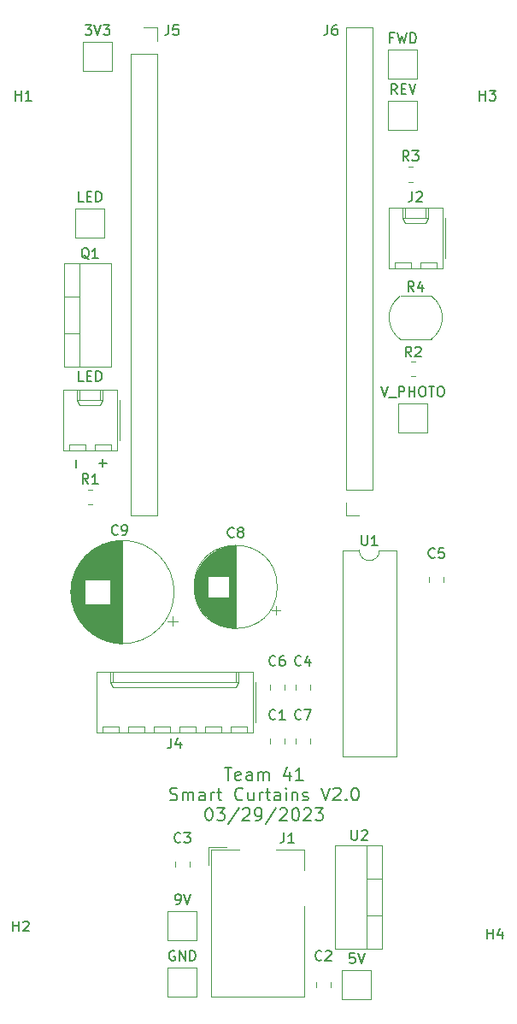
<source format=gto>
G04 #@! TF.GenerationSoftware,KiCad,Pcbnew,(6.0.10-0)*
G04 #@! TF.CreationDate,2023-04-16T19:02:18-05:00*
G04 #@! TF.ProjectId,v2.0,76322e30-2e6b-4696-9361-645f70636258,v2.0*
G04 #@! TF.SameCoordinates,Original*
G04 #@! TF.FileFunction,Legend,Top*
G04 #@! TF.FilePolarity,Positive*
%FSLAX46Y46*%
G04 Gerber Fmt 4.6, Leading zero omitted, Abs format (unit mm)*
G04 Created by KiCad (PCBNEW (6.0.10-0)) date 2023-04-16 19:02:18*
%MOMM*%
%LPD*%
G01*
G04 APERTURE LIST*
%ADD10C,0.200000*%
%ADD11C,0.150000*%
%ADD12C,0.120000*%
G04 APERTURE END LIST*
D10*
X211941666Y-107548726D02*
X212655952Y-107548726D01*
X212298809Y-108798726D02*
X212298809Y-107548726D01*
X213548809Y-108739202D02*
X213429761Y-108798726D01*
X213191666Y-108798726D01*
X213072619Y-108739202D01*
X213013095Y-108620154D01*
X213013095Y-108143964D01*
X213072619Y-108024916D01*
X213191666Y-107965392D01*
X213429761Y-107965392D01*
X213548809Y-108024916D01*
X213608333Y-108143964D01*
X213608333Y-108263011D01*
X213013095Y-108382059D01*
X214679761Y-108798726D02*
X214679761Y-108143964D01*
X214620238Y-108024916D01*
X214501190Y-107965392D01*
X214263095Y-107965392D01*
X214144047Y-108024916D01*
X214679761Y-108739202D02*
X214560714Y-108798726D01*
X214263095Y-108798726D01*
X214144047Y-108739202D01*
X214084523Y-108620154D01*
X214084523Y-108501107D01*
X214144047Y-108382059D01*
X214263095Y-108322535D01*
X214560714Y-108322535D01*
X214679761Y-108263011D01*
X215275000Y-108798726D02*
X215275000Y-107965392D01*
X215275000Y-108084440D02*
X215334523Y-108024916D01*
X215453571Y-107965392D01*
X215632142Y-107965392D01*
X215751190Y-108024916D01*
X215810714Y-108143964D01*
X215810714Y-108798726D01*
X215810714Y-108143964D02*
X215870238Y-108024916D01*
X215989285Y-107965392D01*
X216167857Y-107965392D01*
X216286904Y-108024916D01*
X216346428Y-108143964D01*
X216346428Y-108798726D01*
X218429761Y-107965392D02*
X218429761Y-108798726D01*
X218132142Y-107489202D02*
X217834523Y-108382059D01*
X218608333Y-108382059D01*
X219739285Y-108798726D02*
X219025000Y-108798726D01*
X219382142Y-108798726D02*
X219382142Y-107548726D01*
X219263095Y-107727297D01*
X219144047Y-107846345D01*
X219025000Y-107905869D01*
X206554761Y-110751702D02*
X206733333Y-110811226D01*
X207030952Y-110811226D01*
X207150000Y-110751702D01*
X207209523Y-110692178D01*
X207269047Y-110573130D01*
X207269047Y-110454083D01*
X207209523Y-110335035D01*
X207150000Y-110275511D01*
X207030952Y-110215988D01*
X206792857Y-110156464D01*
X206673809Y-110096940D01*
X206614285Y-110037416D01*
X206554761Y-109918369D01*
X206554761Y-109799321D01*
X206614285Y-109680273D01*
X206673809Y-109620750D01*
X206792857Y-109561226D01*
X207090476Y-109561226D01*
X207269047Y-109620750D01*
X207804761Y-110811226D02*
X207804761Y-109977892D01*
X207804761Y-110096940D02*
X207864285Y-110037416D01*
X207983333Y-109977892D01*
X208161904Y-109977892D01*
X208280952Y-110037416D01*
X208340476Y-110156464D01*
X208340476Y-110811226D01*
X208340476Y-110156464D02*
X208400000Y-110037416D01*
X208519047Y-109977892D01*
X208697619Y-109977892D01*
X208816666Y-110037416D01*
X208876190Y-110156464D01*
X208876190Y-110811226D01*
X210007142Y-110811226D02*
X210007142Y-110156464D01*
X209947619Y-110037416D01*
X209828571Y-109977892D01*
X209590476Y-109977892D01*
X209471428Y-110037416D01*
X210007142Y-110751702D02*
X209888095Y-110811226D01*
X209590476Y-110811226D01*
X209471428Y-110751702D01*
X209411904Y-110632654D01*
X209411904Y-110513607D01*
X209471428Y-110394559D01*
X209590476Y-110335035D01*
X209888095Y-110335035D01*
X210007142Y-110275511D01*
X210602380Y-110811226D02*
X210602380Y-109977892D01*
X210602380Y-110215988D02*
X210661904Y-110096940D01*
X210721428Y-110037416D01*
X210840476Y-109977892D01*
X210959523Y-109977892D01*
X211197619Y-109977892D02*
X211673809Y-109977892D01*
X211376190Y-109561226D02*
X211376190Y-110632654D01*
X211435714Y-110751702D01*
X211554761Y-110811226D01*
X211673809Y-110811226D01*
X213757142Y-110692178D02*
X213697619Y-110751702D01*
X213519047Y-110811226D01*
X213400000Y-110811226D01*
X213221428Y-110751702D01*
X213102380Y-110632654D01*
X213042857Y-110513607D01*
X212983333Y-110275511D01*
X212983333Y-110096940D01*
X213042857Y-109858845D01*
X213102380Y-109739797D01*
X213221428Y-109620750D01*
X213400000Y-109561226D01*
X213519047Y-109561226D01*
X213697619Y-109620750D01*
X213757142Y-109680273D01*
X214828571Y-109977892D02*
X214828571Y-110811226D01*
X214292857Y-109977892D02*
X214292857Y-110632654D01*
X214352380Y-110751702D01*
X214471428Y-110811226D01*
X214650000Y-110811226D01*
X214769047Y-110751702D01*
X214828571Y-110692178D01*
X215423809Y-110811226D02*
X215423809Y-109977892D01*
X215423809Y-110215988D02*
X215483333Y-110096940D01*
X215542857Y-110037416D01*
X215661904Y-109977892D01*
X215780952Y-109977892D01*
X216019047Y-109977892D02*
X216495238Y-109977892D01*
X216197619Y-109561226D02*
X216197619Y-110632654D01*
X216257142Y-110751702D01*
X216376190Y-110811226D01*
X216495238Y-110811226D01*
X217447619Y-110811226D02*
X217447619Y-110156464D01*
X217388095Y-110037416D01*
X217269047Y-109977892D01*
X217030952Y-109977892D01*
X216911904Y-110037416D01*
X217447619Y-110751702D02*
X217328571Y-110811226D01*
X217030952Y-110811226D01*
X216911904Y-110751702D01*
X216852380Y-110632654D01*
X216852380Y-110513607D01*
X216911904Y-110394559D01*
X217030952Y-110335035D01*
X217328571Y-110335035D01*
X217447619Y-110275511D01*
X218042857Y-110811226D02*
X218042857Y-109977892D01*
X218042857Y-109561226D02*
X217983333Y-109620750D01*
X218042857Y-109680273D01*
X218102380Y-109620750D01*
X218042857Y-109561226D01*
X218042857Y-109680273D01*
X218638095Y-109977892D02*
X218638095Y-110811226D01*
X218638095Y-110096940D02*
X218697619Y-110037416D01*
X218816666Y-109977892D01*
X218995238Y-109977892D01*
X219114285Y-110037416D01*
X219173809Y-110156464D01*
X219173809Y-110811226D01*
X219709523Y-110751702D02*
X219828571Y-110811226D01*
X220066666Y-110811226D01*
X220185714Y-110751702D01*
X220245238Y-110632654D01*
X220245238Y-110573130D01*
X220185714Y-110454083D01*
X220066666Y-110394559D01*
X219888095Y-110394559D01*
X219769047Y-110335035D01*
X219709523Y-110215988D01*
X219709523Y-110156464D01*
X219769047Y-110037416D01*
X219888095Y-109977892D01*
X220066666Y-109977892D01*
X220185714Y-110037416D01*
X221554761Y-109561226D02*
X221971428Y-110811226D01*
X222388095Y-109561226D01*
X222745238Y-109680273D02*
X222804761Y-109620750D01*
X222923809Y-109561226D01*
X223221428Y-109561226D01*
X223340476Y-109620750D01*
X223400000Y-109680273D01*
X223459523Y-109799321D01*
X223459523Y-109918369D01*
X223400000Y-110096940D01*
X222685714Y-110811226D01*
X223459523Y-110811226D01*
X223995238Y-110692178D02*
X224054761Y-110751702D01*
X223995238Y-110811226D01*
X223935714Y-110751702D01*
X223995238Y-110692178D01*
X223995238Y-110811226D01*
X224828571Y-109561226D02*
X224947619Y-109561226D01*
X225066666Y-109620750D01*
X225126190Y-109680273D01*
X225185714Y-109799321D01*
X225245238Y-110037416D01*
X225245238Y-110335035D01*
X225185714Y-110573130D01*
X225126190Y-110692178D01*
X225066666Y-110751702D01*
X224947619Y-110811226D01*
X224828571Y-110811226D01*
X224709523Y-110751702D01*
X224650000Y-110692178D01*
X224590476Y-110573130D01*
X224530952Y-110335035D01*
X224530952Y-110037416D01*
X224590476Y-109799321D01*
X224650000Y-109680273D01*
X224709523Y-109620750D01*
X224828571Y-109561226D01*
X210364285Y-111573726D02*
X210483333Y-111573726D01*
X210602380Y-111633250D01*
X210661904Y-111692773D01*
X210721428Y-111811821D01*
X210780952Y-112049916D01*
X210780952Y-112347535D01*
X210721428Y-112585630D01*
X210661904Y-112704678D01*
X210602380Y-112764202D01*
X210483333Y-112823726D01*
X210364285Y-112823726D01*
X210245238Y-112764202D01*
X210185714Y-112704678D01*
X210126190Y-112585630D01*
X210066666Y-112347535D01*
X210066666Y-112049916D01*
X210126190Y-111811821D01*
X210185714Y-111692773D01*
X210245238Y-111633250D01*
X210364285Y-111573726D01*
X211197619Y-111573726D02*
X211971428Y-111573726D01*
X211554761Y-112049916D01*
X211733333Y-112049916D01*
X211852380Y-112109440D01*
X211911904Y-112168964D01*
X211971428Y-112288011D01*
X211971428Y-112585630D01*
X211911904Y-112704678D01*
X211852380Y-112764202D01*
X211733333Y-112823726D01*
X211376190Y-112823726D01*
X211257142Y-112764202D01*
X211197619Y-112704678D01*
X213400000Y-111514202D02*
X212328571Y-113121345D01*
X213757142Y-111692773D02*
X213816666Y-111633250D01*
X213935714Y-111573726D01*
X214233333Y-111573726D01*
X214352380Y-111633250D01*
X214411904Y-111692773D01*
X214471428Y-111811821D01*
X214471428Y-111930869D01*
X214411904Y-112109440D01*
X213697619Y-112823726D01*
X214471428Y-112823726D01*
X215066666Y-112823726D02*
X215304761Y-112823726D01*
X215423809Y-112764202D01*
X215483333Y-112704678D01*
X215602380Y-112526107D01*
X215661904Y-112288011D01*
X215661904Y-111811821D01*
X215602380Y-111692773D01*
X215542857Y-111633250D01*
X215423809Y-111573726D01*
X215185714Y-111573726D01*
X215066666Y-111633250D01*
X215007142Y-111692773D01*
X214947619Y-111811821D01*
X214947619Y-112109440D01*
X215007142Y-112228488D01*
X215066666Y-112288011D01*
X215185714Y-112347535D01*
X215423809Y-112347535D01*
X215542857Y-112288011D01*
X215602380Y-112228488D01*
X215661904Y-112109440D01*
X217090476Y-111514202D02*
X216019047Y-113121345D01*
X217447619Y-111692773D02*
X217507142Y-111633250D01*
X217626190Y-111573726D01*
X217923809Y-111573726D01*
X218042857Y-111633250D01*
X218102380Y-111692773D01*
X218161904Y-111811821D01*
X218161904Y-111930869D01*
X218102380Y-112109440D01*
X217388095Y-112823726D01*
X218161904Y-112823726D01*
X218935714Y-111573726D02*
X219054761Y-111573726D01*
X219173809Y-111633250D01*
X219233333Y-111692773D01*
X219292857Y-111811821D01*
X219352380Y-112049916D01*
X219352380Y-112347535D01*
X219292857Y-112585630D01*
X219233333Y-112704678D01*
X219173809Y-112764202D01*
X219054761Y-112823726D01*
X218935714Y-112823726D01*
X218816666Y-112764202D01*
X218757142Y-112704678D01*
X218697619Y-112585630D01*
X218638095Y-112347535D01*
X218638095Y-112049916D01*
X218697619Y-111811821D01*
X218757142Y-111692773D01*
X218816666Y-111633250D01*
X218935714Y-111573726D01*
X219828571Y-111692773D02*
X219888095Y-111633250D01*
X220007142Y-111573726D01*
X220304761Y-111573726D01*
X220423809Y-111633250D01*
X220483333Y-111692773D01*
X220542857Y-111811821D01*
X220542857Y-111930869D01*
X220483333Y-112109440D01*
X219769047Y-112823726D01*
X220542857Y-112823726D01*
X220959523Y-111573726D02*
X221733333Y-111573726D01*
X221316666Y-112049916D01*
X221495238Y-112049916D01*
X221614285Y-112109440D01*
X221673809Y-112168964D01*
X221733333Y-112288011D01*
X221733333Y-112585630D01*
X221673809Y-112704678D01*
X221614285Y-112764202D01*
X221495238Y-112823726D01*
X221138095Y-112823726D01*
X221019047Y-112764202D01*
X220959523Y-112704678D01*
D11*
X206676666Y-104644380D02*
X206676666Y-105358666D01*
X206629047Y-105501523D01*
X206533809Y-105596761D01*
X206390952Y-105644380D01*
X206295714Y-105644380D01*
X207581428Y-104977714D02*
X207581428Y-105644380D01*
X207343333Y-104596761D02*
X207105238Y-105311047D01*
X207724285Y-105311047D01*
X201381581Y-84431142D02*
X201333962Y-84478761D01*
X201191105Y-84526380D01*
X201095867Y-84526380D01*
X200953009Y-84478761D01*
X200857771Y-84383523D01*
X200810152Y-84288285D01*
X200762533Y-84097809D01*
X200762533Y-83954952D01*
X200810152Y-83764476D01*
X200857771Y-83669238D01*
X200953009Y-83574000D01*
X201095867Y-83526380D01*
X201191105Y-83526380D01*
X201333962Y-83574000D01*
X201381581Y-83621619D01*
X201857771Y-84526380D02*
X202048248Y-84526380D01*
X202143486Y-84478761D01*
X202191105Y-84431142D01*
X202286343Y-84288285D01*
X202333962Y-84097809D01*
X202333962Y-83716857D01*
X202286343Y-83621619D01*
X202238724Y-83574000D01*
X202143486Y-83526380D01*
X201953009Y-83526380D01*
X201857771Y-83574000D01*
X201810152Y-83621619D01*
X201762533Y-83716857D01*
X201762533Y-83954952D01*
X201810152Y-84050190D01*
X201857771Y-84097809D01*
X201953009Y-84145428D01*
X202143486Y-84145428D01*
X202238724Y-84097809D01*
X202286343Y-84050190D01*
X202333962Y-83954952D01*
X207605333Y-114911142D02*
X207557714Y-114958761D01*
X207414857Y-115006380D01*
X207319619Y-115006380D01*
X207176761Y-114958761D01*
X207081523Y-114863523D01*
X207033904Y-114768285D01*
X206986285Y-114577809D01*
X206986285Y-114434952D01*
X207033904Y-114244476D01*
X207081523Y-114149238D01*
X207176761Y-114054000D01*
X207319619Y-114006380D01*
X207414857Y-114006380D01*
X207557714Y-114054000D01*
X207605333Y-114101619D01*
X207938666Y-114006380D02*
X208557714Y-114006380D01*
X208224380Y-114387333D01*
X208367238Y-114387333D01*
X208462476Y-114434952D01*
X208510095Y-114482571D01*
X208557714Y-114577809D01*
X208557714Y-114815904D01*
X208510095Y-114911142D01*
X208462476Y-114958761D01*
X208367238Y-115006380D01*
X208081523Y-115006380D01*
X207986285Y-114958761D01*
X207938666Y-114911142D01*
X224853523Y-125944380D02*
X224377333Y-125944380D01*
X224329714Y-126420571D01*
X224377333Y-126372952D01*
X224472571Y-126325333D01*
X224710666Y-126325333D01*
X224805904Y-126372952D01*
X224853523Y-126420571D01*
X224901142Y-126515809D01*
X224901142Y-126753904D01*
X224853523Y-126849142D01*
X224805904Y-126896761D01*
X224710666Y-126944380D01*
X224472571Y-126944380D01*
X224377333Y-126896761D01*
X224329714Y-126849142D01*
X225186857Y-125944380D02*
X225520190Y-126944380D01*
X225853523Y-125944380D01*
X212891467Y-84685142D02*
X212843848Y-84732761D01*
X212700991Y-84780380D01*
X212605753Y-84780380D01*
X212462895Y-84732761D01*
X212367657Y-84637523D01*
X212320038Y-84542285D01*
X212272419Y-84351809D01*
X212272419Y-84208952D01*
X212320038Y-84018476D01*
X212367657Y-83923238D01*
X212462895Y-83828000D01*
X212605753Y-83780380D01*
X212700991Y-83780380D01*
X212843848Y-83828000D01*
X212891467Y-83875619D01*
X213462895Y-84208952D02*
X213367657Y-84161333D01*
X213320038Y-84113714D01*
X213272419Y-84018476D01*
X213272419Y-83970857D01*
X213320038Y-83875619D01*
X213367657Y-83828000D01*
X213462895Y-83780380D01*
X213653372Y-83780380D01*
X213748610Y-83828000D01*
X213796229Y-83875619D01*
X213843848Y-83970857D01*
X213843848Y-84018476D01*
X213796229Y-84113714D01*
X213748610Y-84161333D01*
X213653372Y-84208952D01*
X213462895Y-84208952D01*
X213367657Y-84256571D01*
X213320038Y-84304190D01*
X213272419Y-84399428D01*
X213272419Y-84589904D01*
X213320038Y-84685142D01*
X213367657Y-84732761D01*
X213462895Y-84780380D01*
X213653372Y-84780380D01*
X213748610Y-84732761D01*
X213796229Y-84685142D01*
X213843848Y-84589904D01*
X213843848Y-84399428D01*
X213796229Y-84304190D01*
X213748610Y-84256571D01*
X213653372Y-84208952D01*
X207152952Y-121102380D02*
X207343428Y-121102380D01*
X207438666Y-121054761D01*
X207486285Y-121007142D01*
X207581523Y-120864285D01*
X207629142Y-120673809D01*
X207629142Y-120292857D01*
X207581523Y-120197619D01*
X207533904Y-120150000D01*
X207438666Y-120102380D01*
X207248190Y-120102380D01*
X207152952Y-120150000D01*
X207105333Y-120197619D01*
X207057714Y-120292857D01*
X207057714Y-120530952D01*
X207105333Y-120626190D01*
X207152952Y-120673809D01*
X207248190Y-120721428D01*
X207438666Y-120721428D01*
X207533904Y-120673809D01*
X207581523Y-120626190D01*
X207629142Y-120530952D01*
X207914857Y-120102380D02*
X208248190Y-121102380D01*
X208581523Y-120102380D01*
X227465333Y-69810380D02*
X227798666Y-70810380D01*
X228132000Y-69810380D01*
X228227238Y-70905619D02*
X228989142Y-70905619D01*
X229227238Y-70810380D02*
X229227238Y-69810380D01*
X229608190Y-69810380D01*
X229703428Y-69858000D01*
X229751047Y-69905619D01*
X229798666Y-70000857D01*
X229798666Y-70143714D01*
X229751047Y-70238952D01*
X229703428Y-70286571D01*
X229608190Y-70334190D01*
X229227238Y-70334190D01*
X230227238Y-70810380D02*
X230227238Y-69810380D01*
X230227238Y-70286571D02*
X230798666Y-70286571D01*
X230798666Y-70810380D02*
X230798666Y-69810380D01*
X231465333Y-69810380D02*
X231655809Y-69810380D01*
X231751047Y-69858000D01*
X231846285Y-69953238D01*
X231893904Y-70143714D01*
X231893904Y-70477047D01*
X231846285Y-70667523D01*
X231751047Y-70762761D01*
X231655809Y-70810380D01*
X231465333Y-70810380D01*
X231370095Y-70762761D01*
X231274857Y-70667523D01*
X231227238Y-70477047D01*
X231227238Y-70143714D01*
X231274857Y-69953238D01*
X231370095Y-69858000D01*
X231465333Y-69810380D01*
X232179619Y-69810380D02*
X232751047Y-69810380D01*
X232465333Y-70810380D02*
X232465333Y-69810380D01*
X233274857Y-69810380D02*
X233465333Y-69810380D01*
X233560571Y-69858000D01*
X233655809Y-69953238D01*
X233703428Y-70143714D01*
X233703428Y-70477047D01*
X233655809Y-70667523D01*
X233560571Y-70762761D01*
X233465333Y-70810380D01*
X233274857Y-70810380D01*
X233179619Y-70762761D01*
X233084380Y-70667523D01*
X233036761Y-70477047D01*
X233036761Y-70143714D01*
X233084380Y-69953238D01*
X233179619Y-69858000D01*
X233274857Y-69810380D01*
X225552095Y-84542380D02*
X225552095Y-85351904D01*
X225599714Y-85447142D01*
X225647333Y-85494761D01*
X225742571Y-85542380D01*
X225933047Y-85542380D01*
X226028285Y-85494761D01*
X226075904Y-85447142D01*
X226123523Y-85351904D01*
X226123523Y-84542380D01*
X227123523Y-85542380D02*
X226552095Y-85542380D01*
X226837809Y-85542380D02*
X226837809Y-84542380D01*
X226742571Y-84685238D01*
X226647333Y-84780476D01*
X226552095Y-84828095D01*
X217003333Y-102719142D02*
X216955714Y-102766761D01*
X216812857Y-102814380D01*
X216717619Y-102814380D01*
X216574761Y-102766761D01*
X216479523Y-102671523D01*
X216431904Y-102576285D01*
X216384285Y-102385809D01*
X216384285Y-102242952D01*
X216431904Y-102052476D01*
X216479523Y-101957238D01*
X216574761Y-101862000D01*
X216717619Y-101814380D01*
X216812857Y-101814380D01*
X216955714Y-101862000D01*
X217003333Y-101909619D01*
X217955714Y-102814380D02*
X217384285Y-102814380D01*
X217670000Y-102814380D02*
X217670000Y-101814380D01*
X217574761Y-101957238D01*
X217479523Y-102052476D01*
X217384285Y-102100095D01*
X237236095Y-41482380D02*
X237236095Y-40482380D01*
X237236095Y-40958571D02*
X237807523Y-40958571D01*
X237807523Y-41482380D02*
X237807523Y-40482380D01*
X238188476Y-40482380D02*
X238807523Y-40482380D01*
X238474190Y-40863333D01*
X238617047Y-40863333D01*
X238712285Y-40910952D01*
X238759904Y-40958571D01*
X238807523Y-41053809D01*
X238807523Y-41291904D01*
X238759904Y-41387142D01*
X238712285Y-41434761D01*
X238617047Y-41482380D01*
X238331333Y-41482380D01*
X238236095Y-41434761D01*
X238188476Y-41387142D01*
X230211333Y-47462380D02*
X229878000Y-46986190D01*
X229639904Y-47462380D02*
X229639904Y-46462380D01*
X230020857Y-46462380D01*
X230116095Y-46510000D01*
X230163714Y-46557619D01*
X230211333Y-46652857D01*
X230211333Y-46795714D01*
X230163714Y-46890952D01*
X230116095Y-46938571D01*
X230020857Y-46986190D01*
X229639904Y-46986190D01*
X230544666Y-46462380D02*
X231163714Y-46462380D01*
X230830380Y-46843333D01*
X230973238Y-46843333D01*
X231068476Y-46890952D01*
X231116095Y-46938571D01*
X231163714Y-47033809D01*
X231163714Y-47271904D01*
X231116095Y-47367142D01*
X231068476Y-47414761D01*
X230973238Y-47462380D01*
X230687523Y-47462380D01*
X230592285Y-47414761D01*
X230544666Y-47367142D01*
X228687428Y-35256571D02*
X228354095Y-35256571D01*
X228354095Y-35780380D02*
X228354095Y-34780380D01*
X228830285Y-34780380D01*
X229116000Y-34780380D02*
X229354095Y-35780380D01*
X229544571Y-35066095D01*
X229735047Y-35780380D01*
X229973142Y-34780380D01*
X230354095Y-35780380D02*
X230354095Y-34780380D01*
X230592190Y-34780380D01*
X230735047Y-34828000D01*
X230830285Y-34923238D01*
X230877904Y-35018476D01*
X230925523Y-35208952D01*
X230925523Y-35351809D01*
X230877904Y-35542285D01*
X230830285Y-35637523D01*
X230735047Y-35732761D01*
X230592190Y-35780380D01*
X230354095Y-35780380D01*
X206422666Y-33996380D02*
X206422666Y-34710666D01*
X206375047Y-34853523D01*
X206279809Y-34948761D01*
X206136952Y-34996380D01*
X206041714Y-34996380D01*
X207375047Y-33996380D02*
X206898857Y-33996380D01*
X206851238Y-34472571D01*
X206898857Y-34424952D01*
X206994095Y-34377333D01*
X207232190Y-34377333D01*
X207327428Y-34424952D01*
X207375047Y-34472571D01*
X207422666Y-34567809D01*
X207422666Y-34805904D01*
X207375047Y-34901142D01*
X207327428Y-34948761D01*
X207232190Y-34996380D01*
X206994095Y-34996380D01*
X206898857Y-34948761D01*
X206851238Y-34901142D01*
X230465333Y-66874380D02*
X230132000Y-66398190D01*
X229893904Y-66874380D02*
X229893904Y-65874380D01*
X230274857Y-65874380D01*
X230370095Y-65922000D01*
X230417714Y-65969619D01*
X230465333Y-66064857D01*
X230465333Y-66207714D01*
X230417714Y-66302952D01*
X230370095Y-66350571D01*
X230274857Y-66398190D01*
X229893904Y-66398190D01*
X230846285Y-65969619D02*
X230893904Y-65922000D01*
X230989142Y-65874380D01*
X231227238Y-65874380D01*
X231322476Y-65922000D01*
X231370095Y-65969619D01*
X231417714Y-66064857D01*
X231417714Y-66160095D01*
X231370095Y-66302952D01*
X230798666Y-66874380D01*
X231417714Y-66874380D01*
X230552666Y-50506380D02*
X230552666Y-51220666D01*
X230505047Y-51363523D01*
X230409809Y-51458761D01*
X230266952Y-51506380D01*
X230171714Y-51506380D01*
X230981238Y-50601619D02*
X231028857Y-50554000D01*
X231124095Y-50506380D01*
X231362190Y-50506380D01*
X231457428Y-50554000D01*
X231505047Y-50601619D01*
X231552666Y-50696857D01*
X231552666Y-50792095D01*
X231505047Y-50934952D01*
X230933619Y-51506380D01*
X231552666Y-51506380D01*
X232789333Y-86717142D02*
X232741714Y-86764761D01*
X232598857Y-86812380D01*
X232503619Y-86812380D01*
X232360761Y-86764761D01*
X232265523Y-86669523D01*
X232217904Y-86574285D01*
X232170285Y-86383809D01*
X232170285Y-86240952D01*
X232217904Y-86050476D01*
X232265523Y-85955238D01*
X232360761Y-85860000D01*
X232503619Y-85812380D01*
X232598857Y-85812380D01*
X232741714Y-85860000D01*
X232789333Y-85907619D01*
X233694095Y-85812380D02*
X233217904Y-85812380D01*
X233170285Y-86288571D01*
X233217904Y-86240952D01*
X233313142Y-86193333D01*
X233551238Y-86193333D01*
X233646476Y-86240952D01*
X233694095Y-86288571D01*
X233741714Y-86383809D01*
X233741714Y-86621904D01*
X233694095Y-86717142D01*
X233646476Y-86764761D01*
X233551238Y-86812380D01*
X233313142Y-86812380D01*
X233217904Y-86764761D01*
X233170285Y-86717142D01*
X198461333Y-79446380D02*
X198128000Y-78970190D01*
X197889904Y-79446380D02*
X197889904Y-78446380D01*
X198270857Y-78446380D01*
X198366095Y-78494000D01*
X198413714Y-78541619D01*
X198461333Y-78636857D01*
X198461333Y-78779714D01*
X198413714Y-78874952D01*
X198366095Y-78922571D01*
X198270857Y-78970190D01*
X197889904Y-78970190D01*
X199413714Y-79446380D02*
X198842285Y-79446380D01*
X199128000Y-79446380D02*
X199128000Y-78446380D01*
X199032761Y-78589238D01*
X198937523Y-78684476D01*
X198842285Y-78732095D01*
X198532761Y-57189619D02*
X198437523Y-57142000D01*
X198342285Y-57046761D01*
X198199428Y-56903904D01*
X198104190Y-56856285D01*
X198008952Y-56856285D01*
X198056571Y-57094380D02*
X197961333Y-57046761D01*
X197866095Y-56951523D01*
X197818476Y-56761047D01*
X197818476Y-56427714D01*
X197866095Y-56237238D01*
X197961333Y-56142000D01*
X198056571Y-56094380D01*
X198247047Y-56094380D01*
X198342285Y-56142000D01*
X198437523Y-56237238D01*
X198485142Y-56427714D01*
X198485142Y-56761047D01*
X198437523Y-56951523D01*
X198342285Y-57046761D01*
X198247047Y-57094380D01*
X198056571Y-57094380D01*
X199437523Y-57094380D02*
X198866095Y-57094380D01*
X199151809Y-57094380D02*
X199151809Y-56094380D01*
X199056571Y-56237238D01*
X198961333Y-56332476D01*
X198866095Y-56380095D01*
X222170666Y-33996380D02*
X222170666Y-34710666D01*
X222123047Y-34853523D01*
X222027809Y-34948761D01*
X221884952Y-34996380D01*
X221789714Y-34996380D01*
X223075428Y-33996380D02*
X222884952Y-33996380D01*
X222789714Y-34044000D01*
X222742095Y-34091619D01*
X222646857Y-34234476D01*
X222599238Y-34424952D01*
X222599238Y-34805904D01*
X222646857Y-34901142D01*
X222694476Y-34948761D01*
X222789714Y-34996380D01*
X222980190Y-34996380D01*
X223075428Y-34948761D01*
X223123047Y-34901142D01*
X223170666Y-34805904D01*
X223170666Y-34567809D01*
X223123047Y-34472571D01*
X223075428Y-34424952D01*
X222980190Y-34377333D01*
X222789714Y-34377333D01*
X222694476Y-34424952D01*
X222646857Y-34472571D01*
X222599238Y-34567809D01*
X219543333Y-97377890D02*
X219495714Y-97425509D01*
X219352857Y-97473128D01*
X219257619Y-97473128D01*
X219114761Y-97425509D01*
X219019523Y-97330271D01*
X218971904Y-97235033D01*
X218924285Y-97044557D01*
X218924285Y-96901700D01*
X218971904Y-96711224D01*
X219019523Y-96615986D01*
X219114761Y-96520748D01*
X219257619Y-96473128D01*
X219352857Y-96473128D01*
X219495714Y-96520748D01*
X219543333Y-96568367D01*
X220400476Y-96806462D02*
X220400476Y-97473128D01*
X220162380Y-96425509D02*
X219924285Y-97139795D01*
X220543333Y-97139795D01*
X219543333Y-102719142D02*
X219495714Y-102766761D01*
X219352857Y-102814380D01*
X219257619Y-102814380D01*
X219114761Y-102766761D01*
X219019523Y-102671523D01*
X218971904Y-102576285D01*
X218924285Y-102385809D01*
X218924285Y-102242952D01*
X218971904Y-102052476D01*
X219019523Y-101957238D01*
X219114761Y-101862000D01*
X219257619Y-101814380D01*
X219352857Y-101814380D01*
X219495714Y-101862000D01*
X219543333Y-101909619D01*
X219876666Y-101814380D02*
X220543333Y-101814380D01*
X220114761Y-102814380D01*
X230719333Y-60396380D02*
X230386000Y-59920190D01*
X230147904Y-60396380D02*
X230147904Y-59396380D01*
X230528857Y-59396380D01*
X230624095Y-59444000D01*
X230671714Y-59491619D01*
X230719333Y-59586857D01*
X230719333Y-59729714D01*
X230671714Y-59824952D01*
X230624095Y-59872571D01*
X230528857Y-59920190D01*
X230147904Y-59920190D01*
X231576476Y-59729714D02*
X231576476Y-60396380D01*
X231338380Y-59348761D02*
X231100285Y-60063047D01*
X231719333Y-60063047D01*
X198151904Y-33996380D02*
X198770952Y-33996380D01*
X198437619Y-34377333D01*
X198580476Y-34377333D01*
X198675714Y-34424952D01*
X198723333Y-34472571D01*
X198770952Y-34567809D01*
X198770952Y-34805904D01*
X198723333Y-34901142D01*
X198675714Y-34948761D01*
X198580476Y-34996380D01*
X198294761Y-34996380D01*
X198199523Y-34948761D01*
X198151904Y-34901142D01*
X199056666Y-33996380D02*
X199390000Y-34996380D01*
X199723333Y-33996380D01*
X199961428Y-33996380D02*
X200580476Y-33996380D01*
X200247142Y-34377333D01*
X200390000Y-34377333D01*
X200485238Y-34424952D01*
X200532857Y-34472571D01*
X200580476Y-34567809D01*
X200580476Y-34805904D01*
X200532857Y-34901142D01*
X200485238Y-34948761D01*
X200390000Y-34996380D01*
X200104285Y-34996380D01*
X200009047Y-34948761D01*
X199961428Y-34901142D01*
X224536095Y-113752380D02*
X224536095Y-114561904D01*
X224583714Y-114657142D01*
X224631333Y-114704761D01*
X224726571Y-114752380D01*
X224917047Y-114752380D01*
X225012285Y-114704761D01*
X225059904Y-114657142D01*
X225107523Y-114561904D01*
X225107523Y-113752380D01*
X225536095Y-113847619D02*
X225583714Y-113800000D01*
X225678952Y-113752380D01*
X225917047Y-113752380D01*
X226012285Y-113800000D01*
X226059904Y-113847619D01*
X226107523Y-113942857D01*
X226107523Y-114038095D01*
X226059904Y-114180952D01*
X225488476Y-114752380D01*
X226107523Y-114752380D01*
X237998095Y-124522380D02*
X237998095Y-123522380D01*
X237998095Y-123998571D02*
X238569523Y-123998571D01*
X238569523Y-124522380D02*
X238569523Y-123522380D01*
X239474285Y-123855714D02*
X239474285Y-124522380D01*
X239236190Y-123474761D02*
X238998095Y-124189047D01*
X239617142Y-124189047D01*
X191008095Y-123760380D02*
X191008095Y-122760380D01*
X191008095Y-123236571D02*
X191579523Y-123236571D01*
X191579523Y-123760380D02*
X191579523Y-122760380D01*
X192008095Y-122855619D02*
X192055714Y-122808000D01*
X192150952Y-122760380D01*
X192389047Y-122760380D01*
X192484285Y-122808000D01*
X192531904Y-122855619D01*
X192579523Y-122950857D01*
X192579523Y-123046095D01*
X192531904Y-123188952D01*
X191960476Y-123760380D01*
X192579523Y-123760380D01*
X207010095Y-125738000D02*
X206914857Y-125690380D01*
X206772000Y-125690380D01*
X206629142Y-125738000D01*
X206533904Y-125833238D01*
X206486285Y-125928476D01*
X206438666Y-126118952D01*
X206438666Y-126261809D01*
X206486285Y-126452285D01*
X206533904Y-126547523D01*
X206629142Y-126642761D01*
X206772000Y-126690380D01*
X206867238Y-126690380D01*
X207010095Y-126642761D01*
X207057714Y-126595142D01*
X207057714Y-126261809D01*
X206867238Y-126261809D01*
X207486285Y-126690380D02*
X207486285Y-125690380D01*
X208057714Y-126690380D01*
X208057714Y-125690380D01*
X208533904Y-126690380D02*
X208533904Y-125690380D01*
X208772000Y-125690380D01*
X208914857Y-125738000D01*
X209010095Y-125833238D01*
X209057714Y-125928476D01*
X209105333Y-126118952D01*
X209105333Y-126261809D01*
X209057714Y-126452285D01*
X209010095Y-126547523D01*
X208914857Y-126642761D01*
X208772000Y-126690380D01*
X208533904Y-126690380D01*
X197985142Y-69286380D02*
X197508952Y-69286380D01*
X197508952Y-68286380D01*
X198318476Y-68762571D02*
X198651809Y-68762571D01*
X198794666Y-69286380D02*
X198318476Y-69286380D01*
X198318476Y-68286380D01*
X198794666Y-68286380D01*
X199223238Y-69286380D02*
X199223238Y-68286380D01*
X199461333Y-68286380D01*
X199604190Y-68334000D01*
X199699428Y-68429238D01*
X199747047Y-68524476D01*
X199794666Y-68714952D01*
X199794666Y-68857809D01*
X199747047Y-69048285D01*
X199699428Y-69143523D01*
X199604190Y-69238761D01*
X199461333Y-69286380D01*
X199223238Y-69286380D01*
X200278952Y-77398571D02*
X199517047Y-77398571D01*
X199898000Y-77017619D02*
X199898000Y-77779523D01*
X197286571Y-77089047D02*
X197286571Y-77850952D01*
X191262095Y-41482380D02*
X191262095Y-40482380D01*
X191262095Y-40958571D02*
X191833523Y-40958571D01*
X191833523Y-41482380D02*
X191833523Y-40482380D01*
X192833523Y-41482380D02*
X192262095Y-41482380D01*
X192547809Y-41482380D02*
X192547809Y-40482380D01*
X192452571Y-40625238D01*
X192357333Y-40720476D01*
X192262095Y-40768095D01*
X221575333Y-126595142D02*
X221527714Y-126642761D01*
X221384857Y-126690380D01*
X221289619Y-126690380D01*
X221146761Y-126642761D01*
X221051523Y-126547523D01*
X221003904Y-126452285D01*
X220956285Y-126261809D01*
X220956285Y-126118952D01*
X221003904Y-125928476D01*
X221051523Y-125833238D01*
X221146761Y-125738000D01*
X221289619Y-125690380D01*
X221384857Y-125690380D01*
X221527714Y-125738000D01*
X221575333Y-125785619D01*
X221956285Y-125785619D02*
X222003904Y-125738000D01*
X222099142Y-125690380D01*
X222337238Y-125690380D01*
X222432476Y-125738000D01*
X222480095Y-125785619D01*
X222527714Y-125880857D01*
X222527714Y-125976095D01*
X222480095Y-126118952D01*
X221908666Y-126690380D01*
X222527714Y-126690380D01*
X229044571Y-40860380D02*
X228711238Y-40384190D01*
X228473142Y-40860380D02*
X228473142Y-39860380D01*
X228854095Y-39860380D01*
X228949333Y-39908000D01*
X228996952Y-39955619D01*
X229044571Y-40050857D01*
X229044571Y-40193714D01*
X228996952Y-40288952D01*
X228949333Y-40336571D01*
X228854095Y-40384190D01*
X228473142Y-40384190D01*
X229473142Y-40336571D02*
X229806476Y-40336571D01*
X229949333Y-40860380D02*
X229473142Y-40860380D01*
X229473142Y-39860380D01*
X229949333Y-39860380D01*
X230235047Y-39860380D02*
X230568380Y-40860380D01*
X230901714Y-39860380D01*
X197985142Y-51506380D02*
X197508952Y-51506380D01*
X197508952Y-50506380D01*
X198318476Y-50982571D02*
X198651809Y-50982571D01*
X198794666Y-51506380D02*
X198318476Y-51506380D01*
X198318476Y-50506380D01*
X198794666Y-50506380D01*
X199223238Y-51506380D02*
X199223238Y-50506380D01*
X199461333Y-50506380D01*
X199604190Y-50554000D01*
X199699428Y-50649238D01*
X199747047Y-50744476D01*
X199794666Y-50934952D01*
X199794666Y-51077809D01*
X199747047Y-51268285D01*
X199699428Y-51363523D01*
X199604190Y-51458761D01*
X199461333Y-51506380D01*
X199223238Y-51506380D01*
X217003333Y-97385142D02*
X216955714Y-97432761D01*
X216812857Y-97480380D01*
X216717619Y-97480380D01*
X216574761Y-97432761D01*
X216479523Y-97337523D01*
X216431904Y-97242285D01*
X216384285Y-97051809D01*
X216384285Y-96908952D01*
X216431904Y-96718476D01*
X216479523Y-96623238D01*
X216574761Y-96528000D01*
X216717619Y-96480380D01*
X216812857Y-96480380D01*
X216955714Y-96528000D01*
X217003333Y-96575619D01*
X217860476Y-96480380D02*
X217670000Y-96480380D01*
X217574761Y-96528000D01*
X217527142Y-96575619D01*
X217431904Y-96718476D01*
X217384285Y-96908952D01*
X217384285Y-97289904D01*
X217431904Y-97385142D01*
X217479523Y-97432761D01*
X217574761Y-97480380D01*
X217765238Y-97480380D01*
X217860476Y-97432761D01*
X217908095Y-97385142D01*
X217955714Y-97289904D01*
X217955714Y-97051809D01*
X217908095Y-96956571D01*
X217860476Y-96908952D01*
X217765238Y-96861333D01*
X217574761Y-96861333D01*
X217479523Y-96908952D01*
X217431904Y-96956571D01*
X217384285Y-97051809D01*
X217852666Y-114006380D02*
X217852666Y-114720666D01*
X217805047Y-114863523D01*
X217709809Y-114958761D01*
X217566952Y-115006380D01*
X217471714Y-115006380D01*
X218852666Y-115006380D02*
X218281238Y-115006380D01*
X218566952Y-115006380D02*
X218566952Y-114006380D01*
X218471714Y-114149238D01*
X218376476Y-114244476D01*
X218281238Y-114292095D01*
D12*
X200660000Y-99082000D02*
X200660000Y-98082000D01*
X214740000Y-104102000D02*
X214740000Y-98082000D01*
X214160000Y-103502000D02*
X212560000Y-103502000D01*
X199280000Y-104102000D02*
X214740000Y-104102000D01*
X200910000Y-98082000D02*
X200910000Y-99082000D01*
X204000000Y-103502000D02*
X202400000Y-103502000D01*
X213360000Y-99082000D02*
X213110000Y-99612000D01*
X199860000Y-103502000D02*
X199860000Y-104102000D01*
X211620000Y-103502000D02*
X210020000Y-103502000D01*
X215030000Y-103072000D02*
X215030000Y-99072000D01*
X204940000Y-103502000D02*
X204940000Y-104102000D01*
X209080000Y-104102000D02*
X209080000Y-103502000D01*
X209080000Y-103502000D02*
X207480000Y-103502000D01*
X204000000Y-104102000D02*
X204000000Y-103502000D01*
X212560000Y-103502000D02*
X212560000Y-104102000D01*
X214160000Y-104102000D02*
X214160000Y-103502000D01*
X210020000Y-103502000D02*
X210020000Y-104102000D01*
X213360000Y-98082000D02*
X213360000Y-99082000D01*
X207480000Y-103502000D02*
X207480000Y-104102000D01*
X206540000Y-104102000D02*
X206540000Y-103502000D01*
X201460000Y-104102000D02*
X201460000Y-103502000D01*
X206540000Y-103502000D02*
X204940000Y-103502000D01*
X201460000Y-103502000D02*
X199860000Y-103502000D01*
X202400000Y-103502000D02*
X202400000Y-104102000D01*
X199280000Y-98082000D02*
X199280000Y-104102000D01*
X214740000Y-98082000D02*
X199280000Y-98082000D01*
X213110000Y-98082000D02*
X213110000Y-99082000D01*
X213110000Y-99612000D02*
X200910000Y-99612000D01*
X213360000Y-99082000D02*
X200660000Y-99082000D01*
X200910000Y-99612000D02*
X200660000Y-99082000D01*
X211620000Y-104102000D02*
X211620000Y-103502000D01*
X199521248Y-94695000D02*
X199521248Y-91411000D01*
X200401248Y-88929000D02*
X200401248Y-85296000D01*
X197521248Y-92879000D02*
X197521248Y-87461000D01*
X198281248Y-93810000D02*
X198281248Y-91411000D01*
X198561248Y-88929000D02*
X198561248Y-86278000D01*
X199401248Y-88929000D02*
X199401248Y-85708000D01*
X198161248Y-88929000D02*
X198161248Y-86650000D01*
X198761248Y-94220000D02*
X198761248Y-91411000D01*
X198601248Y-94095000D02*
X198601248Y-91411000D01*
X197481248Y-92815000D02*
X197481248Y-87525000D01*
X200281248Y-88929000D02*
X200281248Y-85333000D01*
X198921248Y-94336000D02*
X198921248Y-91411000D01*
X200521248Y-88929000D02*
X200521248Y-85263000D01*
X201802248Y-95250000D02*
X201802248Y-85090000D01*
X197121248Y-92114000D02*
X197121248Y-88226000D01*
X201242248Y-95215000D02*
X201242248Y-85125000D01*
X197641248Y-93059000D02*
X197641248Y-87281000D01*
X198641248Y-88929000D02*
X198641248Y-86213000D01*
X199921248Y-94877000D02*
X199921248Y-91411000D01*
X207321894Y-93045000D02*
X206321894Y-93045000D01*
X199161248Y-88929000D02*
X199161248Y-85847000D01*
X199081248Y-88929000D02*
X199081248Y-85897000D01*
X200361248Y-88929000D02*
X200361248Y-85308000D01*
X198601248Y-88929000D02*
X198601248Y-86245000D01*
X201522248Y-95240000D02*
X201522248Y-85100000D01*
X200321248Y-88929000D02*
X200321248Y-85320000D01*
X197201248Y-92295000D02*
X197201248Y-88045000D01*
X201362248Y-95228000D02*
X201362248Y-85112000D01*
X200921248Y-95167000D02*
X200921248Y-85173000D01*
X200161248Y-88929000D02*
X200161248Y-85373000D01*
X200441248Y-88929000D02*
X200441248Y-85285000D01*
X198881248Y-94308000D02*
X198881248Y-91411000D01*
X199121248Y-88929000D02*
X199121248Y-85872000D01*
X199121248Y-94468000D02*
X199121248Y-91411000D01*
X197161248Y-92207000D02*
X197161248Y-88133000D01*
X199201248Y-88929000D02*
X199201248Y-85823000D01*
X196801248Y-91032000D02*
X196801248Y-89308000D01*
X197561248Y-92940000D02*
X197561248Y-87400000D01*
X200961248Y-95174000D02*
X200961248Y-85166000D01*
X201762248Y-95250000D02*
X201762248Y-85090000D01*
X199201248Y-94517000D02*
X199201248Y-91411000D01*
X199161248Y-94493000D02*
X199161248Y-91411000D01*
X198201248Y-93731000D02*
X198201248Y-91411000D01*
X198881248Y-88929000D02*
X198881248Y-86032000D01*
X200001248Y-94908000D02*
X200001248Y-91411000D01*
X199361248Y-94610000D02*
X199361248Y-91411000D01*
X197401248Y-92680000D02*
X197401248Y-87660000D01*
X198481248Y-88929000D02*
X198481248Y-86346000D01*
X199761248Y-94809000D02*
X199761248Y-91411000D01*
X198121248Y-93648000D02*
X198121248Y-91411000D01*
X200161248Y-94967000D02*
X200161248Y-91411000D01*
X197281248Y-92459000D02*
X197281248Y-87881000D01*
X206821894Y-93545000D02*
X206821894Y-92545000D01*
X198761248Y-88929000D02*
X198761248Y-86120000D01*
X201602248Y-95245000D02*
X201602248Y-85095000D01*
X201081248Y-95194000D02*
X201081248Y-85146000D01*
X201482248Y-95238000D02*
X201482248Y-85102000D01*
X200001248Y-88929000D02*
X200001248Y-85432000D01*
X200601248Y-95098000D02*
X200601248Y-85242000D01*
X199641248Y-88929000D02*
X199641248Y-85586000D01*
X198361248Y-93886000D02*
X198361248Y-91411000D01*
X199041248Y-94417000D02*
X199041248Y-91411000D01*
X196961248Y-91680000D02*
X196961248Y-88660000D01*
X198521248Y-94028000D02*
X198521248Y-91411000D01*
X198441248Y-93959000D02*
X198441248Y-91411000D01*
X199721248Y-94791000D02*
X199721248Y-91411000D01*
X198081248Y-93606000D02*
X198081248Y-86734000D01*
X198361248Y-88929000D02*
X198361248Y-86454000D01*
X199801248Y-94827000D02*
X199801248Y-91411000D01*
X197801248Y-93276000D02*
X197801248Y-87064000D01*
X198201248Y-88929000D02*
X198201248Y-86609000D01*
X199281248Y-88929000D02*
X199281248Y-85775000D01*
X200081248Y-94938000D02*
X200081248Y-91411000D01*
X198161248Y-93690000D02*
X198161248Y-91411000D01*
X199921248Y-88929000D02*
X199921248Y-85463000D01*
X199081248Y-94443000D02*
X199081248Y-91411000D01*
X200121248Y-94953000D02*
X200121248Y-91411000D01*
X199001248Y-88929000D02*
X199001248Y-85949000D01*
X200681248Y-95117000D02*
X200681248Y-85223000D01*
X197321248Y-92535000D02*
X197321248Y-87805000D01*
X198841248Y-88929000D02*
X198841248Y-86060000D01*
X200201248Y-94981000D02*
X200201248Y-91411000D01*
X199601248Y-94734000D02*
X199601248Y-91411000D01*
X201562248Y-95243000D02*
X201562248Y-85097000D01*
X199841248Y-94844000D02*
X199841248Y-91411000D01*
X201842248Y-95250000D02*
X201842248Y-85090000D01*
X197961248Y-93471000D02*
X197961248Y-86869000D01*
X198321248Y-93849000D02*
X198321248Y-91411000D01*
X199681248Y-94773000D02*
X199681248Y-91411000D01*
X201202248Y-95210000D02*
X201202248Y-85130000D01*
X199681248Y-88929000D02*
X199681248Y-85567000D01*
X200641248Y-95108000D02*
X200641248Y-85232000D01*
X199761248Y-88929000D02*
X199761248Y-85531000D01*
X199841248Y-88929000D02*
X199841248Y-85496000D01*
X198721248Y-88929000D02*
X198721248Y-86150000D01*
X198561248Y-94062000D02*
X198561248Y-91411000D01*
X197601248Y-93000000D02*
X197601248Y-87340000D01*
X200241248Y-88929000D02*
X200241248Y-85346000D01*
X200561248Y-95088000D02*
X200561248Y-91411000D01*
X197241248Y-92379000D02*
X197241248Y-87961000D01*
X199401248Y-94632000D02*
X199401248Y-91411000D01*
X201402248Y-95232000D02*
X201402248Y-85108000D01*
X200561248Y-88929000D02*
X200561248Y-85252000D01*
X200321248Y-95020000D02*
X200321248Y-91411000D01*
X197721248Y-93170000D02*
X197721248Y-87170000D01*
X199561248Y-94715000D02*
X199561248Y-91411000D01*
X199881248Y-88929000D02*
X199881248Y-85480000D01*
X197761248Y-93224000D02*
X197761248Y-87116000D01*
X199321248Y-94587000D02*
X199321248Y-91411000D01*
X200201248Y-88929000D02*
X200201248Y-85359000D01*
X199361248Y-88929000D02*
X199361248Y-85730000D01*
X198961248Y-94364000D02*
X198961248Y-91411000D01*
X199441248Y-88929000D02*
X199441248Y-85687000D01*
X197921248Y-93424000D02*
X197921248Y-86916000D01*
X196841248Y-91232000D02*
X196841248Y-89108000D01*
X198121248Y-88929000D02*
X198121248Y-86692000D01*
X198521248Y-88929000D02*
X198521248Y-86312000D01*
X197441248Y-92749000D02*
X197441248Y-87591000D01*
X198681248Y-94159000D02*
X198681248Y-91411000D01*
X199961248Y-94893000D02*
X199961248Y-91411000D01*
X198281248Y-88929000D02*
X198281248Y-86530000D01*
X197041248Y-91912000D02*
X197041248Y-88428000D01*
X199481248Y-88929000D02*
X199481248Y-85666000D01*
X197001248Y-91800000D02*
X197001248Y-88540000D01*
X200481248Y-95067000D02*
X200481248Y-91411000D01*
X199801248Y-88929000D02*
X199801248Y-85513000D01*
X199321248Y-88929000D02*
X199321248Y-85753000D01*
X201121248Y-95200000D02*
X201121248Y-85140000D01*
X201001248Y-95181000D02*
X201001248Y-85159000D01*
X199721248Y-88929000D02*
X199721248Y-85549000D01*
X200361248Y-95032000D02*
X200361248Y-91411000D01*
X201041248Y-95188000D02*
X201041248Y-85152000D01*
X198241248Y-88929000D02*
X198241248Y-86569000D01*
X200881248Y-95160000D02*
X200881248Y-85180000D01*
X197081248Y-92016000D02*
X197081248Y-88324000D01*
X200521248Y-95077000D02*
X200521248Y-91411000D01*
X198321248Y-88929000D02*
X198321248Y-86491000D01*
X201642248Y-95247000D02*
X201642248Y-85093000D01*
X199961248Y-88929000D02*
X199961248Y-85447000D01*
X199241248Y-94541000D02*
X199241248Y-91411000D01*
X201722248Y-95249000D02*
X201722248Y-85091000D01*
X198441248Y-88929000D02*
X198441248Y-86381000D01*
X198401248Y-88929000D02*
X198401248Y-86417000D01*
X200441248Y-95055000D02*
X200441248Y-91411000D01*
X198641248Y-94127000D02*
X198641248Y-91411000D01*
X200041248Y-88929000D02*
X200041248Y-85416000D01*
X199001248Y-94391000D02*
X199001248Y-91411000D01*
X199881248Y-94860000D02*
X199881248Y-91411000D01*
X201682248Y-95248000D02*
X201682248Y-85092000D01*
X197361248Y-92609000D02*
X197361248Y-87731000D01*
X199241248Y-88929000D02*
X199241248Y-85799000D01*
X198241248Y-93771000D02*
X198241248Y-91411000D01*
X196921248Y-91548000D02*
X196921248Y-88792000D01*
X201442248Y-95235000D02*
X201442248Y-85105000D01*
X199441248Y-94653000D02*
X199441248Y-91411000D01*
X197881248Y-93376000D02*
X197881248Y-86964000D01*
X201282248Y-95220000D02*
X201282248Y-85120000D01*
X198041248Y-93562000D02*
X198041248Y-86778000D01*
X199641248Y-94754000D02*
X199641248Y-91411000D01*
X199561248Y-88929000D02*
X199561248Y-85625000D01*
X200041248Y-94924000D02*
X200041248Y-91411000D01*
X200081248Y-88929000D02*
X200081248Y-85402000D01*
X200121248Y-88929000D02*
X200121248Y-85387000D01*
X197681248Y-93115000D02*
X197681248Y-87225000D01*
X199601248Y-88929000D02*
X199601248Y-85606000D01*
X200801248Y-95144000D02*
X200801248Y-85196000D01*
X198721248Y-94190000D02*
X198721248Y-91411000D01*
X199481248Y-94674000D02*
X199481248Y-91411000D01*
X198801248Y-94250000D02*
X198801248Y-91411000D01*
X200841248Y-95152000D02*
X200841248Y-85188000D01*
X196881248Y-91400000D02*
X196881248Y-88940000D01*
X198841248Y-94280000D02*
X198841248Y-91411000D01*
X197841248Y-93326000D02*
X197841248Y-87014000D01*
X199521248Y-88929000D02*
X199521248Y-85645000D01*
X200761248Y-95135000D02*
X200761248Y-85205000D01*
X198801248Y-88929000D02*
X198801248Y-86090000D01*
X196761248Y-90769000D02*
X196761248Y-89571000D01*
X198961248Y-88929000D02*
X198961248Y-85976000D01*
X198681248Y-88929000D02*
X198681248Y-86181000D01*
X200481248Y-88929000D02*
X200481248Y-85273000D01*
X198481248Y-93994000D02*
X198481248Y-91411000D01*
X199281248Y-94565000D02*
X199281248Y-91411000D01*
X198001248Y-93517000D02*
X198001248Y-86823000D01*
X200721248Y-95126000D02*
X200721248Y-85214000D01*
X198401248Y-93923000D02*
X198401248Y-91411000D01*
X200241248Y-94994000D02*
X200241248Y-91411000D01*
X201322248Y-95224000D02*
X201322248Y-85116000D01*
X198921248Y-88929000D02*
X198921248Y-86004000D01*
X199041248Y-88929000D02*
X199041248Y-85923000D01*
X200401248Y-95044000D02*
X200401248Y-91411000D01*
X200281248Y-95007000D02*
X200281248Y-91411000D01*
X201162248Y-95205000D02*
X201162248Y-85135000D01*
X206962248Y-90170000D02*
G75*
G03*
X206962248Y-90170000I-5120000J0D01*
G01*
X207037000Y-116832748D02*
X207037000Y-117355252D01*
X208507000Y-116832748D02*
X208507000Y-117355252D01*
X223594000Y-130482000D02*
X223594000Y-127582000D01*
X226494000Y-127582000D02*
X226494000Y-130482000D01*
X226494000Y-130482000D02*
X223594000Y-130482000D01*
X223594000Y-127582000D02*
X226494000Y-127582000D01*
X211657134Y-93497000D02*
X211657134Y-90702000D01*
X210537134Y-88622000D02*
X210537134Y-86442000D01*
X209177134Y-91008000D02*
X209177134Y-88316000D01*
X210657134Y-88622000D02*
X210657134Y-86353000D01*
X210657134Y-92971000D02*
X210657134Y-90702000D01*
X211617134Y-88622000D02*
X211617134Y-85841000D01*
X211337134Y-88622000D02*
X211337134Y-85958000D01*
X211777134Y-93539000D02*
X211777134Y-90702000D01*
X211937134Y-88622000D02*
X211937134Y-85737000D01*
X211697134Y-88622000D02*
X211697134Y-85812000D01*
X210457134Y-88622000D02*
X210457134Y-86506000D01*
X210537134Y-92882000D02*
X210537134Y-90702000D01*
X210457134Y-92818000D02*
X210457134Y-90702000D01*
X212177134Y-88622000D02*
X212177134Y-85677000D01*
X211337134Y-93366000D02*
X211337134Y-90702000D01*
X212017134Y-88622000D02*
X212017134Y-85715000D01*
X210817134Y-93080000D02*
X210817134Y-90702000D01*
X210497134Y-88622000D02*
X210497134Y-86473000D01*
X212257134Y-93664000D02*
X212257134Y-90702000D01*
X210217134Y-92607000D02*
X210217134Y-86717000D01*
X212458134Y-93699000D02*
X212458134Y-85625000D01*
X212177134Y-93647000D02*
X212177134Y-90702000D01*
X211497134Y-93436000D02*
X211497134Y-90702000D01*
X211217134Y-88622000D02*
X211217134Y-86015000D01*
X212858134Y-93738000D02*
X212858134Y-85586000D01*
X212017134Y-93609000D02*
X212017134Y-90702000D01*
X211177134Y-88622000D02*
X211177134Y-86035000D01*
X211297134Y-88622000D02*
X211297134Y-85976000D01*
X211977134Y-88622000D02*
X211977134Y-85726000D01*
X209817134Y-92167000D02*
X209817134Y-87157000D01*
X210857134Y-93106000D02*
X210857134Y-90702000D01*
X210777134Y-93054000D02*
X210777134Y-90702000D01*
X211737134Y-93525000D02*
X211737134Y-90702000D01*
X210417134Y-88622000D02*
X210417134Y-86538000D01*
X210897134Y-93131000D02*
X210897134Y-90702000D01*
X209977134Y-92359000D02*
X209977134Y-86965000D01*
X210297134Y-92681000D02*
X210297134Y-90702000D01*
X212297134Y-88622000D02*
X212297134Y-85652000D01*
X211497134Y-88622000D02*
X211497134Y-85888000D01*
X210297134Y-88622000D02*
X210297134Y-86643000D01*
X209377134Y-91475000D02*
X209377134Y-87849000D01*
X211377134Y-93384000D02*
X211377134Y-90702000D01*
X210937134Y-93155000D02*
X210937134Y-90702000D01*
X212378134Y-93686000D02*
X212378134Y-85638000D01*
X211417134Y-93402000D02*
X211417134Y-90702000D01*
X210377134Y-92752000D02*
X210377134Y-90702000D01*
X212097134Y-88622000D02*
X212097134Y-85695000D01*
X212698134Y-93727000D02*
X212698134Y-85597000D01*
X212217134Y-88622000D02*
X212217134Y-85668000D01*
X209337134Y-91393000D02*
X209337134Y-87931000D01*
X209017134Y-90430000D02*
X209017134Y-88894000D01*
X212738134Y-93730000D02*
X212738134Y-85594000D01*
X211297134Y-93348000D02*
X211297134Y-90702000D01*
X209097134Y-90760000D02*
X209097134Y-88564000D01*
X210017134Y-92403000D02*
X210017134Y-86921000D01*
X212898134Y-93739000D02*
X212898134Y-85585000D01*
X210137134Y-92529000D02*
X210137134Y-86795000D01*
X212658134Y-93723000D02*
X212658134Y-85601000D01*
X210097134Y-92488000D02*
X210097134Y-86836000D01*
X211977134Y-93598000D02*
X211977134Y-90702000D01*
X210737134Y-88622000D02*
X210737134Y-86297000D01*
X211137134Y-88622000D02*
X211137134Y-86056000D01*
X213058134Y-93742000D02*
X213058134Y-85582000D01*
X211857134Y-88622000D02*
X211857134Y-85760000D01*
X209257134Y-91214000D02*
X209257134Y-88110000D01*
X209857134Y-92218000D02*
X209857134Y-87106000D01*
X211017134Y-88622000D02*
X211017134Y-86122000D01*
X212297134Y-93672000D02*
X212297134Y-90702000D01*
X210897134Y-88622000D02*
X210897134Y-86193000D01*
X211537134Y-93452000D02*
X211537134Y-90702000D01*
X211137134Y-93268000D02*
X211137134Y-90702000D01*
X211057134Y-88622000D02*
X211057134Y-86100000D01*
X211537134Y-88622000D02*
X211537134Y-85872000D01*
X209457134Y-91626000D02*
X209457134Y-87698000D01*
X212337134Y-93679000D02*
X212337134Y-90702000D01*
X212578134Y-93714000D02*
X212578134Y-85610000D01*
X209737134Y-92062000D02*
X209737134Y-87262000D01*
X213018134Y-93742000D02*
X213018134Y-85582000D01*
X212257134Y-88622000D02*
X212257134Y-85660000D01*
X212418134Y-93692000D02*
X212418134Y-85632000D01*
X209657134Y-91949000D02*
X209657134Y-87375000D01*
X211257134Y-88622000D02*
X211257134Y-85996000D01*
X217467832Y-91977000D02*
X216667832Y-91977000D01*
X211097134Y-93246000D02*
X211097134Y-90702000D01*
X210937134Y-88622000D02*
X210937134Y-86169000D01*
X211777134Y-88622000D02*
X211777134Y-85785000D01*
X212217134Y-93656000D02*
X212217134Y-90702000D01*
X210977134Y-93179000D02*
X210977134Y-90702000D01*
X210337134Y-92717000D02*
X210337134Y-90702000D01*
X209617134Y-91890000D02*
X209617134Y-87434000D01*
X212137134Y-93638000D02*
X212137134Y-90702000D01*
X211257134Y-93328000D02*
X211257134Y-90702000D01*
X212498134Y-93704000D02*
X212498134Y-85620000D01*
X209217134Y-91115000D02*
X209217134Y-88209000D01*
X210977134Y-88622000D02*
X210977134Y-86145000D01*
X211937134Y-93587000D02*
X211937134Y-90702000D01*
X210337134Y-88622000D02*
X210337134Y-86607000D01*
X209537134Y-91764000D02*
X209537134Y-87560000D01*
X209897134Y-92266000D02*
X209897134Y-87058000D01*
X211457134Y-93419000D02*
X211457134Y-90702000D01*
X210057134Y-92446000D02*
X210057134Y-86878000D01*
X212978134Y-93742000D02*
X212978134Y-85582000D01*
X211217134Y-93309000D02*
X211217134Y-90702000D01*
X210737134Y-93027000D02*
X210737134Y-90702000D01*
X209777134Y-92116000D02*
X209777134Y-87208000D01*
X211577134Y-88622000D02*
X211577134Y-85857000D01*
X212538134Y-93710000D02*
X212538134Y-85614000D01*
X210777134Y-88622000D02*
X210777134Y-86270000D01*
X211097134Y-88622000D02*
X211097134Y-86078000D01*
X212938134Y-93741000D02*
X212938134Y-85583000D01*
X209297134Y-91307000D02*
X209297134Y-88017000D01*
X209137134Y-90891000D02*
X209137134Y-88433000D01*
X211657134Y-88622000D02*
X211657134Y-85827000D01*
X211857134Y-93564000D02*
X211857134Y-90702000D01*
X212097134Y-93629000D02*
X212097134Y-90702000D01*
X210177134Y-92569000D02*
X210177134Y-86755000D01*
X211897134Y-88622000D02*
X211897134Y-85748000D01*
X210497134Y-92851000D02*
X210497134Y-90702000D01*
X211177134Y-93289000D02*
X211177134Y-90702000D01*
X212818134Y-93736000D02*
X212818134Y-85588000D01*
X210857134Y-88622000D02*
X210857134Y-86218000D01*
X212057134Y-93619000D02*
X212057134Y-90702000D01*
X211457134Y-88622000D02*
X211457134Y-85905000D01*
X212057134Y-88622000D02*
X212057134Y-85705000D01*
X212618134Y-93719000D02*
X212618134Y-85605000D01*
X209577134Y-91828000D02*
X209577134Y-87496000D01*
X212778134Y-93733000D02*
X212778134Y-85591000D01*
X210617134Y-92942000D02*
X210617134Y-90702000D01*
X212337134Y-88622000D02*
X212337134Y-85645000D01*
X209057134Y-90610000D02*
X209057134Y-88714000D01*
X212137134Y-88622000D02*
X212137134Y-85686000D01*
X211057134Y-93224000D02*
X211057134Y-90702000D01*
X211897134Y-93576000D02*
X211897134Y-90702000D01*
X211017134Y-93202000D02*
X211017134Y-90702000D01*
X211377134Y-88622000D02*
X211377134Y-85940000D01*
X210417134Y-92786000D02*
X210417134Y-90702000D01*
X209697134Y-92007000D02*
X209697134Y-87317000D01*
X210697134Y-88622000D02*
X210697134Y-86324000D01*
X210377134Y-88622000D02*
X210377134Y-86572000D01*
X208977134Y-90195000D02*
X208977134Y-89129000D01*
X211737134Y-88622000D02*
X211737134Y-85799000D01*
X211817134Y-93551000D02*
X211817134Y-90702000D01*
X210817134Y-88622000D02*
X210817134Y-86244000D01*
X209497134Y-91696000D02*
X209497134Y-87628000D01*
X210577134Y-88622000D02*
X210577134Y-86412000D01*
X217067832Y-92377000D02*
X217067832Y-91577000D01*
X209417134Y-91552000D02*
X209417134Y-87772000D01*
X210257134Y-92645000D02*
X210257134Y-86679000D01*
X211417134Y-88622000D02*
X211417134Y-85922000D01*
X209937134Y-92313000D02*
X209937134Y-87011000D01*
X210577134Y-92912000D02*
X210577134Y-90702000D01*
X211817134Y-88622000D02*
X211817134Y-85773000D01*
X210617134Y-88622000D02*
X210617134Y-86382000D01*
X210697134Y-93000000D02*
X210697134Y-90702000D01*
X211577134Y-93467000D02*
X211577134Y-90702000D01*
X211617134Y-93483000D02*
X211617134Y-90702000D01*
X211697134Y-93512000D02*
X211697134Y-90702000D01*
X217178134Y-89662000D02*
G75*
G03*
X217178134Y-89662000I-4120000J0D01*
G01*
X206322000Y-121740000D02*
X209222000Y-121740000D01*
X206322000Y-124640000D02*
X206322000Y-121740000D01*
X209222000Y-124640000D02*
X206322000Y-124640000D01*
X209222000Y-121740000D02*
X209222000Y-124640000D01*
X232082000Y-74348000D02*
X229182000Y-74348000D01*
X229182000Y-74348000D02*
X229182000Y-71448000D01*
X229182000Y-71448000D02*
X232082000Y-71448000D01*
X232082000Y-71448000D02*
X232082000Y-74348000D01*
X223664000Y-106486000D02*
X228964000Y-106486000D01*
X223664000Y-86046000D02*
X223664000Y-106486000D01*
X228964000Y-106486000D02*
X228964000Y-86046000D01*
X225314000Y-86046000D02*
X223664000Y-86046000D01*
X228964000Y-86046000D02*
X227314000Y-86046000D01*
X225314000Y-86046000D02*
G75*
G03*
X227314000Y-86046000I1000000J0D01*
G01*
X217905000Y-105163252D02*
X217905000Y-104640748D01*
X216435000Y-105163252D02*
X216435000Y-104640748D01*
X230150936Y-49523000D02*
X230605064Y-49523000D01*
X230150936Y-48053000D02*
X230605064Y-48053000D01*
X231066000Y-39296000D02*
X228166000Y-39296000D01*
X231066000Y-36396000D02*
X231066000Y-39296000D01*
X228166000Y-39296000D02*
X228166000Y-36396000D01*
X228166000Y-36396000D02*
X231066000Y-36396000D01*
X202632000Y-82610000D02*
X205292000Y-82610000D01*
X202632000Y-36830000D02*
X205292000Y-36830000D01*
X205292000Y-36830000D02*
X205292000Y-82610000D01*
X205292000Y-34230000D02*
X205292000Y-35560000D01*
X203962000Y-34230000D02*
X205292000Y-34230000D01*
X202632000Y-36830000D02*
X202632000Y-82610000D01*
X230404936Y-68807000D02*
X230859064Y-68807000D01*
X230404936Y-67337000D02*
X230859064Y-67337000D01*
X232156000Y-53108000D02*
X231906000Y-53638000D01*
X231906000Y-53638000D02*
X229866000Y-53638000D01*
X228816000Y-57528000D02*
X228816000Y-58128000D01*
X231356000Y-57528000D02*
X231356000Y-58128000D01*
X232956000Y-57528000D02*
X231356000Y-57528000D01*
X230416000Y-57528000D02*
X228816000Y-57528000D01*
X232956000Y-58128000D02*
X232956000Y-57528000D01*
X229866000Y-53638000D02*
X229616000Y-53108000D01*
X232156000Y-52108000D02*
X232156000Y-53108000D01*
X232156000Y-53108000D02*
X229616000Y-53108000D01*
X233536000Y-58128000D02*
X233536000Y-52108000D01*
X228236000Y-52108000D02*
X228236000Y-58128000D01*
X233536000Y-52108000D02*
X228236000Y-52108000D01*
X231906000Y-52108000D02*
X231906000Y-53108000D01*
X230416000Y-58128000D02*
X230416000Y-57528000D01*
X229616000Y-53108000D02*
X229616000Y-52108000D01*
X228236000Y-58128000D02*
X233536000Y-58128000D01*
X233826000Y-57098000D02*
X233826000Y-53098000D01*
X229866000Y-52108000D02*
X229866000Y-53108000D01*
X233653000Y-89161252D02*
X233653000Y-88638748D01*
X232183000Y-89161252D02*
X232183000Y-88638748D01*
X198400936Y-81507000D02*
X198855064Y-81507000D01*
X198400936Y-80037000D02*
X198855064Y-80037000D01*
X200690000Y-67858000D02*
X200690000Y-57618000D01*
X196049000Y-64588000D02*
X197559000Y-64588000D01*
X196049000Y-60887000D02*
X197559000Y-60887000D01*
X196049000Y-67858000D02*
X196049000Y-57618000D01*
X196049000Y-57618000D02*
X200690000Y-57618000D01*
X197559000Y-67858000D02*
X197559000Y-57618000D01*
X196049000Y-67858000D02*
X200690000Y-67858000D01*
X223968000Y-82610000D02*
X223968000Y-81280000D01*
X226628000Y-80010000D02*
X223968000Y-80010000D01*
X226628000Y-34230000D02*
X223968000Y-34230000D01*
X225298000Y-82610000D02*
X223968000Y-82610000D01*
X223968000Y-80010000D02*
X223968000Y-34230000D01*
X226628000Y-80010000D02*
X226628000Y-34230000D01*
X218975000Y-99829252D02*
X218975000Y-99306748D01*
X220445000Y-99829252D02*
X220445000Y-99306748D01*
X220445000Y-105163252D02*
X220445000Y-104640748D01*
X218975000Y-105163252D02*
X218975000Y-104640748D01*
X232436000Y-65142000D02*
X229386000Y-65142000D01*
X232436000Y-60842000D02*
X229386000Y-60842000D01*
X232414234Y-65157526D02*
G75*
G03*
X232436000Y-60842000I-1528234J2165526D01*
G01*
X229341487Y-60873751D02*
G75*
G03*
X229386000Y-65142000I1544513J-2118249D01*
G01*
X200840000Y-38534000D02*
X197940000Y-38534000D01*
X197940000Y-35634000D02*
X200840000Y-35634000D01*
X197940000Y-38534000D02*
X197940000Y-35634000D01*
X200840000Y-35634000D02*
X200840000Y-38534000D01*
X222911000Y-115276000D02*
X222911000Y-125516000D01*
X227552000Y-125516000D02*
X222911000Y-125516000D01*
X227552000Y-115276000D02*
X222911000Y-115276000D01*
X226042000Y-115276000D02*
X226042000Y-125516000D01*
X227552000Y-118546000D02*
X226042000Y-118546000D01*
X227552000Y-115276000D02*
X227552000Y-125516000D01*
X227552000Y-122247000D02*
X226042000Y-122247000D01*
X206322000Y-127328000D02*
X209222000Y-127328000D01*
X209222000Y-130228000D02*
X206322000Y-130228000D01*
X209222000Y-127328000D02*
X209222000Y-130228000D01*
X206322000Y-130228000D02*
X206322000Y-127328000D01*
X199898000Y-71142000D02*
X197358000Y-71142000D01*
X195978000Y-70142000D02*
X195978000Y-76162000D01*
X201568000Y-75132000D02*
X201568000Y-71132000D01*
X197358000Y-71142000D02*
X197358000Y-70142000D01*
X197608000Y-70142000D02*
X197608000Y-71142000D01*
X195978000Y-76162000D02*
X201278000Y-76162000D01*
X199098000Y-75562000D02*
X199098000Y-76162000D01*
X199648000Y-70142000D02*
X199648000Y-71142000D01*
X197608000Y-71672000D02*
X197358000Y-71142000D01*
X200698000Y-76162000D02*
X200698000Y-75562000D01*
X200698000Y-75562000D02*
X199098000Y-75562000D01*
X196558000Y-75562000D02*
X196558000Y-76162000D01*
X199648000Y-71672000D02*
X197608000Y-71672000D01*
X201278000Y-70142000D02*
X195978000Y-70142000D01*
X198158000Y-75562000D02*
X196558000Y-75562000D01*
X201278000Y-76162000D02*
X201278000Y-70142000D01*
X199898000Y-71142000D02*
X199648000Y-71672000D01*
X198158000Y-76162000D02*
X198158000Y-75562000D01*
X199898000Y-70142000D02*
X199898000Y-71142000D01*
X221007000Y-128770748D02*
X221007000Y-129293252D01*
X222477000Y-128770748D02*
X222477000Y-129293252D01*
X228166000Y-41476000D02*
X231066000Y-41476000D01*
X231066000Y-44376000D02*
X228166000Y-44376000D01*
X228166000Y-44376000D02*
X228166000Y-41476000D01*
X231066000Y-41476000D02*
X231066000Y-44376000D01*
X197178000Y-55044000D02*
X197178000Y-52144000D01*
X200078000Y-55044000D02*
X197178000Y-55044000D01*
X200078000Y-52144000D02*
X200078000Y-55044000D01*
X197178000Y-52144000D02*
X200078000Y-52144000D01*
X217905000Y-99829252D02*
X217905000Y-99306748D01*
X216435000Y-99829252D02*
X216435000Y-99306748D01*
X210621000Y-130282000D02*
X210621000Y-115682000D01*
X219821000Y-130282000D02*
X210621000Y-130282000D01*
X219821000Y-115682000D02*
X219821000Y-117682000D01*
X210621000Y-115682000D02*
X213421000Y-115682000D01*
X219821000Y-121282000D02*
X219821000Y-130282000D01*
X210381000Y-117182000D02*
X210381000Y-115442000D01*
X217021000Y-115682000D02*
X219821000Y-115682000D01*
X210381000Y-115442000D02*
X212121000Y-115442000D01*
M02*

</source>
